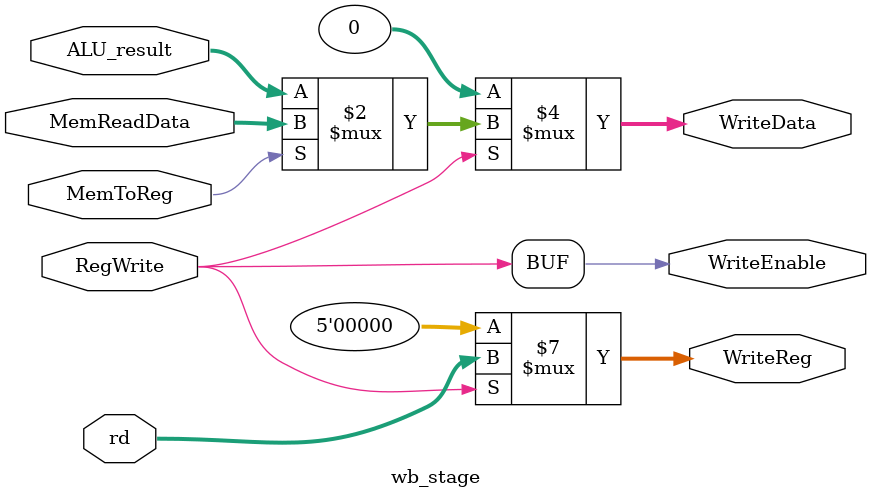
<source format=v>
module wb_stage (
    input wire [31:0] ALU_result,    // Result from ALU
    input wire [31:0] MemReadData,   // Data read from memory
    input wire [4:0] rd,             // Destination register
    input wire RegWrite,             // Register write enable signal
    input wire MemToReg,             // Select between ALU_result and MemReadData

    output reg [31:0] WriteData,     // Data to write to the register file
    output reg [4:0] WriteReg,       // Register to write to
    output reg WriteEnable           // Write enable signal
);

    always @(*) begin
        // Set write enable signal
        WriteEnable = RegWrite;

        if (RegWrite) begin
            // Write to the specified register
            WriteReg = rd;
            WriteData = (MemToReg) ? MemReadData : ALU_result;
        end else begin
            // Default values when no write occurs
            WriteReg = 5'b00000;   // Default to register 0 (no writes)
            WriteData = 32'b0;     // Prevent unintended writes
        end
    end

endmodule
</source>
